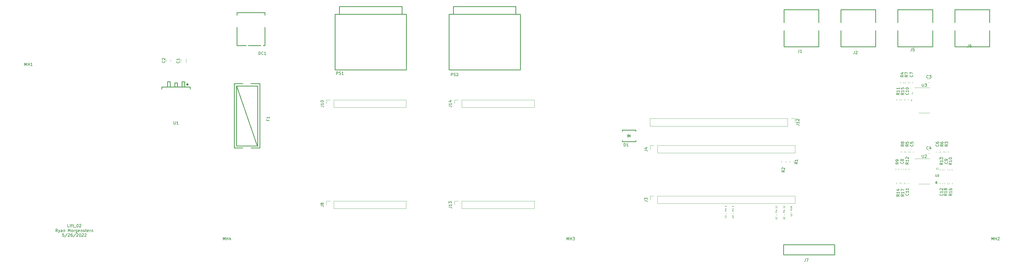
<source format=gbr>
%TF.GenerationSoftware,KiCad,Pcbnew,(5.1.10)-1*%
%TF.CreationDate,2022-05-27T13:17:46-06:00*%
%TF.ProjectId,Lift_02,4c696674-5f30-4322-9e6b-696361645f70,rev?*%
%TF.SameCoordinates,Original*%
%TF.FileFunction,Legend,Top*%
%TF.FilePolarity,Positive*%
%FSLAX46Y46*%
G04 Gerber Fmt 4.6, Leading zero omitted, Abs format (unit mm)*
G04 Created by KiCad (PCBNEW (5.1.10)-1) date 2022-05-27 13:17:46*
%MOMM*%
%LPD*%
G01*
G04 APERTURE LIST*
%ADD10C,0.150000*%
%ADD11C,0.100000*%
%ADD12C,0.125000*%
%ADD13C,0.254000*%
%ADD14C,0.120000*%
%ADD15C,0.127000*%
%ADD16C,0.399000*%
G04 APERTURE END LIST*
D10*
X44566666Y-74602380D02*
X44090476Y-74602380D01*
X44090476Y-73602380D01*
X44900000Y-74602380D02*
X44900000Y-73935714D01*
X44900000Y-73602380D02*
X44852380Y-73650000D01*
X44900000Y-73697619D01*
X44947619Y-73650000D01*
X44900000Y-73602380D01*
X44900000Y-73697619D01*
X45233333Y-73935714D02*
X45614285Y-73935714D01*
X45376190Y-74602380D02*
X45376190Y-73745238D01*
X45423809Y-73650000D01*
X45519047Y-73602380D01*
X45614285Y-73602380D01*
X45804761Y-73935714D02*
X46185714Y-73935714D01*
X45947619Y-73602380D02*
X45947619Y-74459523D01*
X45995238Y-74554761D01*
X46090476Y-74602380D01*
X46185714Y-74602380D01*
X46280952Y-74697619D02*
X47042857Y-74697619D01*
X47471428Y-73602380D02*
X47566666Y-73602380D01*
X47661904Y-73650000D01*
X47709523Y-73697619D01*
X47757142Y-73792857D01*
X47804761Y-73983333D01*
X47804761Y-74221428D01*
X47757142Y-74411904D01*
X47709523Y-74507142D01*
X47661904Y-74554761D01*
X47566666Y-74602380D01*
X47471428Y-74602380D01*
X47376190Y-74554761D01*
X47328571Y-74507142D01*
X47280952Y-74411904D01*
X47233333Y-74221428D01*
X47233333Y-73983333D01*
X47280952Y-73792857D01*
X47328571Y-73697619D01*
X47376190Y-73650000D01*
X47471428Y-73602380D01*
X48185714Y-73697619D02*
X48233333Y-73650000D01*
X48328571Y-73602380D01*
X48566666Y-73602380D01*
X48661904Y-73650000D01*
X48709523Y-73697619D01*
X48757142Y-73792857D01*
X48757142Y-73888095D01*
X48709523Y-74030952D01*
X48138095Y-74602380D01*
X48757142Y-74602380D01*
X40495238Y-76252380D02*
X40161904Y-75776190D01*
X39923809Y-76252380D02*
X39923809Y-75252380D01*
X40304761Y-75252380D01*
X40400000Y-75300000D01*
X40447619Y-75347619D01*
X40495238Y-75442857D01*
X40495238Y-75585714D01*
X40447619Y-75680952D01*
X40400000Y-75728571D01*
X40304761Y-75776190D01*
X39923809Y-75776190D01*
X40828571Y-75585714D02*
X41066666Y-76252380D01*
X41304761Y-75585714D02*
X41066666Y-76252380D01*
X40971428Y-76490476D01*
X40923809Y-76538095D01*
X40828571Y-76585714D01*
X42114285Y-76252380D02*
X42114285Y-75728571D01*
X42066666Y-75633333D01*
X41971428Y-75585714D01*
X41780952Y-75585714D01*
X41685714Y-75633333D01*
X42114285Y-76204761D02*
X42019047Y-76252380D01*
X41780952Y-76252380D01*
X41685714Y-76204761D01*
X41638095Y-76109523D01*
X41638095Y-76014285D01*
X41685714Y-75919047D01*
X41780952Y-75871428D01*
X42019047Y-75871428D01*
X42114285Y-75823809D01*
X42590476Y-75585714D02*
X42590476Y-76252380D01*
X42590476Y-75680952D02*
X42638095Y-75633333D01*
X42733333Y-75585714D01*
X42876190Y-75585714D01*
X42971428Y-75633333D01*
X43019047Y-75728571D01*
X43019047Y-76252380D01*
X44257142Y-76252380D02*
X44257142Y-75252380D01*
X44590476Y-75966666D01*
X44923809Y-75252380D01*
X44923809Y-76252380D01*
X45542857Y-76252380D02*
X45447619Y-76204761D01*
X45400000Y-76157142D01*
X45352380Y-76061904D01*
X45352380Y-75776190D01*
X45400000Y-75680952D01*
X45447619Y-75633333D01*
X45542857Y-75585714D01*
X45685714Y-75585714D01*
X45780952Y-75633333D01*
X45828571Y-75680952D01*
X45876190Y-75776190D01*
X45876190Y-76061904D01*
X45828571Y-76157142D01*
X45780952Y-76204761D01*
X45685714Y-76252380D01*
X45542857Y-76252380D01*
X46304761Y-76252380D02*
X46304761Y-75585714D01*
X46304761Y-75776190D02*
X46352380Y-75680952D01*
X46400000Y-75633333D01*
X46495238Y-75585714D01*
X46590476Y-75585714D01*
X47352380Y-75585714D02*
X47352380Y-76395238D01*
X47304761Y-76490476D01*
X47257142Y-76538095D01*
X47161904Y-76585714D01*
X47019047Y-76585714D01*
X46923809Y-76538095D01*
X47352380Y-76204761D02*
X47257142Y-76252380D01*
X47066666Y-76252380D01*
X46971428Y-76204761D01*
X46923809Y-76157142D01*
X46876190Y-76061904D01*
X46876190Y-75776190D01*
X46923809Y-75680952D01*
X46971428Y-75633333D01*
X47066666Y-75585714D01*
X47257142Y-75585714D01*
X47352380Y-75633333D01*
X48209523Y-76204761D02*
X48114285Y-76252380D01*
X47923809Y-76252380D01*
X47828571Y-76204761D01*
X47780952Y-76109523D01*
X47780952Y-75728571D01*
X47828571Y-75633333D01*
X47923809Y-75585714D01*
X48114285Y-75585714D01*
X48209523Y-75633333D01*
X48257142Y-75728571D01*
X48257142Y-75823809D01*
X47780952Y-75919047D01*
X48685714Y-75585714D02*
X48685714Y-76252380D01*
X48685714Y-75680952D02*
X48733333Y-75633333D01*
X48828571Y-75585714D01*
X48971428Y-75585714D01*
X49066666Y-75633333D01*
X49114285Y-75728571D01*
X49114285Y-76252380D01*
X49542857Y-76204761D02*
X49638095Y-76252380D01*
X49828571Y-76252380D01*
X49923809Y-76204761D01*
X49971428Y-76109523D01*
X49971428Y-76061904D01*
X49923809Y-75966666D01*
X49828571Y-75919047D01*
X49685714Y-75919047D01*
X49590476Y-75871428D01*
X49542857Y-75776190D01*
X49542857Y-75728571D01*
X49590476Y-75633333D01*
X49685714Y-75585714D01*
X49828571Y-75585714D01*
X49923809Y-75633333D01*
X50257142Y-75585714D02*
X50638095Y-75585714D01*
X50400000Y-75252380D02*
X50400000Y-76109523D01*
X50447619Y-76204761D01*
X50542857Y-76252380D01*
X50638095Y-76252380D01*
X51352380Y-76204761D02*
X51257142Y-76252380D01*
X51066666Y-76252380D01*
X50971428Y-76204761D01*
X50923809Y-76109523D01*
X50923809Y-75728571D01*
X50971428Y-75633333D01*
X51066666Y-75585714D01*
X51257142Y-75585714D01*
X51352380Y-75633333D01*
X51400000Y-75728571D01*
X51400000Y-75823809D01*
X50923809Y-75919047D01*
X51828571Y-76252380D02*
X51828571Y-75585714D01*
X51828571Y-75776190D02*
X51876190Y-75680952D01*
X51923809Y-75633333D01*
X52019047Y-75585714D01*
X52114285Y-75585714D01*
X52447619Y-75585714D02*
X52447619Y-76252380D01*
X52447619Y-75680952D02*
X52495238Y-75633333D01*
X52590476Y-75585714D01*
X52733333Y-75585714D01*
X52828571Y-75633333D01*
X52876190Y-75728571D01*
X52876190Y-76252380D01*
X42733333Y-76902380D02*
X42257142Y-76902380D01*
X42209523Y-77378571D01*
X42257142Y-77330952D01*
X42352380Y-77283333D01*
X42590476Y-77283333D01*
X42685714Y-77330952D01*
X42733333Y-77378571D01*
X42780952Y-77473809D01*
X42780952Y-77711904D01*
X42733333Y-77807142D01*
X42685714Y-77854761D01*
X42590476Y-77902380D01*
X42352380Y-77902380D01*
X42257142Y-77854761D01*
X42209523Y-77807142D01*
X43923809Y-76854761D02*
X43066666Y-78140476D01*
X44209523Y-76997619D02*
X44257142Y-76950000D01*
X44352380Y-76902380D01*
X44590476Y-76902380D01*
X44685714Y-76950000D01*
X44733333Y-76997619D01*
X44780952Y-77092857D01*
X44780952Y-77188095D01*
X44733333Y-77330952D01*
X44161904Y-77902380D01*
X44780952Y-77902380D01*
X45638095Y-76902380D02*
X45447619Y-76902380D01*
X45352380Y-76950000D01*
X45304761Y-76997619D01*
X45209523Y-77140476D01*
X45161904Y-77330952D01*
X45161904Y-77711904D01*
X45209523Y-77807142D01*
X45257142Y-77854761D01*
X45352380Y-77902380D01*
X45542857Y-77902380D01*
X45638095Y-77854761D01*
X45685714Y-77807142D01*
X45733333Y-77711904D01*
X45733333Y-77473809D01*
X45685714Y-77378571D01*
X45638095Y-77330952D01*
X45542857Y-77283333D01*
X45352380Y-77283333D01*
X45257142Y-77330952D01*
X45209523Y-77378571D01*
X45161904Y-77473809D01*
X46876190Y-76854761D02*
X46019047Y-78140476D01*
X47161904Y-76997619D02*
X47209523Y-76950000D01*
X47304761Y-76902380D01*
X47542857Y-76902380D01*
X47638095Y-76950000D01*
X47685714Y-76997619D01*
X47733333Y-77092857D01*
X47733333Y-77188095D01*
X47685714Y-77330952D01*
X47114285Y-77902380D01*
X47733333Y-77902380D01*
X48352380Y-76902380D02*
X48447619Y-76902380D01*
X48542857Y-76950000D01*
X48590476Y-76997619D01*
X48638095Y-77092857D01*
X48685714Y-77283333D01*
X48685714Y-77521428D01*
X48638095Y-77711904D01*
X48590476Y-77807142D01*
X48542857Y-77854761D01*
X48447619Y-77902380D01*
X48352380Y-77902380D01*
X48257142Y-77854761D01*
X48209523Y-77807142D01*
X48161904Y-77711904D01*
X48114285Y-77521428D01*
X48114285Y-77283333D01*
X48161904Y-77092857D01*
X48209523Y-76997619D01*
X48257142Y-76950000D01*
X48352380Y-76902380D01*
X49066666Y-76997619D02*
X49114285Y-76950000D01*
X49209523Y-76902380D01*
X49447619Y-76902380D01*
X49542857Y-76950000D01*
X49590476Y-76997619D01*
X49638095Y-77092857D01*
X49638095Y-77188095D01*
X49590476Y-77330952D01*
X49019047Y-77902380D01*
X49638095Y-77902380D01*
X50019047Y-76997619D02*
X50066666Y-76950000D01*
X50161904Y-76902380D01*
X50400000Y-76902380D01*
X50495238Y-76950000D01*
X50542857Y-76997619D01*
X50590476Y-77092857D01*
X50590476Y-77188095D01*
X50542857Y-77330952D01*
X49971428Y-77902380D01*
X50590476Y-77902380D01*
D11*
X340607142Y-27273809D02*
X340630952Y-27250000D01*
X340678571Y-27226190D01*
X340797619Y-27226190D01*
X340845238Y-27250000D01*
X340869047Y-27273809D01*
X340892857Y-27321428D01*
X340892857Y-27369047D01*
X340869047Y-27440476D01*
X340583333Y-27726190D01*
X340892857Y-27726190D01*
X340595238Y-29892857D02*
X340595238Y-30226190D01*
X340476190Y-29702380D02*
X340357142Y-30059523D01*
X340666666Y-30059523D01*
X277476190Y-71345238D02*
X277880952Y-71345238D01*
X277928571Y-71321428D01*
X277952380Y-71297619D01*
X277976190Y-71250000D01*
X277976190Y-71154761D01*
X277952380Y-71107142D01*
X277928571Y-71083333D01*
X277880952Y-71059523D01*
X277476190Y-71059523D01*
X277476190Y-70869047D02*
X277476190Y-70559523D01*
X277666666Y-70726190D01*
X277666666Y-70654761D01*
X277690476Y-70607142D01*
X277714285Y-70583333D01*
X277761904Y-70559523D01*
X277880952Y-70559523D01*
X277928571Y-70583333D01*
X277952380Y-70607142D01*
X277976190Y-70654761D01*
X277976190Y-70797619D01*
X277952380Y-70845238D01*
X277928571Y-70869047D01*
X277785714Y-69964285D02*
X277785714Y-69583333D01*
X277976190Y-68964285D02*
X277476190Y-68964285D01*
X277476190Y-68773809D01*
X277500000Y-68726190D01*
X277523809Y-68702380D01*
X277571428Y-68678571D01*
X277642857Y-68678571D01*
X277690476Y-68702380D01*
X277714285Y-68726190D01*
X277738095Y-68773809D01*
X277738095Y-68964285D01*
X277976190Y-68464285D02*
X277642857Y-68464285D01*
X277476190Y-68464285D02*
X277500000Y-68488095D01*
X277523809Y-68464285D01*
X277500000Y-68440476D01*
X277476190Y-68464285D01*
X277523809Y-68464285D01*
X277642857Y-68226190D02*
X277976190Y-68226190D01*
X277690476Y-68226190D02*
X277666666Y-68202380D01*
X277642857Y-68154761D01*
X277642857Y-68083333D01*
X277666666Y-68035714D01*
X277714285Y-68011904D01*
X277976190Y-68011904D01*
X277642857Y-67178571D02*
X277976190Y-67178571D01*
X277452380Y-67297619D02*
X277809523Y-67416666D01*
X277809523Y-67107142D01*
X274976190Y-71345238D02*
X275380952Y-71345238D01*
X275428571Y-71321428D01*
X275452380Y-71297619D01*
X275476190Y-71250000D01*
X275476190Y-71154761D01*
X275452380Y-71107142D01*
X275428571Y-71083333D01*
X275380952Y-71059523D01*
X274976190Y-71059523D01*
X274976190Y-70869047D02*
X274976190Y-70559523D01*
X275166666Y-70726190D01*
X275166666Y-70654761D01*
X275190476Y-70607142D01*
X275214285Y-70583333D01*
X275261904Y-70559523D01*
X275380952Y-70559523D01*
X275428571Y-70583333D01*
X275452380Y-70607142D01*
X275476190Y-70654761D01*
X275476190Y-70797619D01*
X275452380Y-70845238D01*
X275428571Y-70869047D01*
X275285714Y-69964285D02*
X275285714Y-69583333D01*
X275476190Y-68964285D02*
X274976190Y-68964285D01*
X274976190Y-68773809D01*
X275000000Y-68726190D01*
X275023809Y-68702380D01*
X275071428Y-68678571D01*
X275142857Y-68678571D01*
X275190476Y-68702380D01*
X275214285Y-68726190D01*
X275238095Y-68773809D01*
X275238095Y-68964285D01*
X275476190Y-68464285D02*
X275142857Y-68464285D01*
X274976190Y-68464285D02*
X275000000Y-68488095D01*
X275023809Y-68464285D01*
X275000000Y-68440476D01*
X274976190Y-68464285D01*
X275023809Y-68464285D01*
X275142857Y-68226190D02*
X275476190Y-68226190D01*
X275190476Y-68226190D02*
X275166666Y-68202380D01*
X275142857Y-68154761D01*
X275142857Y-68083333D01*
X275166666Y-68035714D01*
X275214285Y-68011904D01*
X275476190Y-68011904D01*
X275023809Y-67416666D02*
X275000000Y-67392857D01*
X274976190Y-67345238D01*
X274976190Y-67226190D01*
X275000000Y-67178571D01*
X275023809Y-67154761D01*
X275071428Y-67130952D01*
X275119047Y-67130952D01*
X275190476Y-67154761D01*
X275476190Y-67440476D01*
X275476190Y-67130952D01*
X292726190Y-71833333D02*
X293130952Y-71833333D01*
X293178571Y-71809523D01*
X293202380Y-71785714D01*
X293226190Y-71738095D01*
X293226190Y-71642857D01*
X293202380Y-71595238D01*
X293178571Y-71571428D01*
X293130952Y-71547619D01*
X292726190Y-71547619D01*
X292773809Y-71333333D02*
X292750000Y-71309523D01*
X292726190Y-71261904D01*
X292726190Y-71142857D01*
X292750000Y-71095238D01*
X292773809Y-71071428D01*
X292821428Y-71047619D01*
X292869047Y-71047619D01*
X292940476Y-71071428D01*
X293226190Y-71357142D01*
X293226190Y-71047619D01*
X293035714Y-70452380D02*
X293035714Y-70071428D01*
X293226190Y-69452380D02*
X292726190Y-69452380D01*
X292726190Y-69261904D01*
X292750000Y-69214285D01*
X292773809Y-69190476D01*
X292821428Y-69166666D01*
X292892857Y-69166666D01*
X292940476Y-69190476D01*
X292964285Y-69214285D01*
X292988095Y-69261904D01*
X292988095Y-69452380D01*
X293226190Y-68952380D02*
X292892857Y-68952380D01*
X292726190Y-68952380D02*
X292750000Y-68976190D01*
X292773809Y-68952380D01*
X292750000Y-68928571D01*
X292726190Y-68952380D01*
X292773809Y-68952380D01*
X292892857Y-68714285D02*
X293226190Y-68714285D01*
X292940476Y-68714285D02*
X292916666Y-68690476D01*
X292892857Y-68642857D01*
X292892857Y-68571428D01*
X292916666Y-68523809D01*
X292964285Y-68500000D01*
X293226190Y-68500000D01*
X293226190Y-67619047D02*
X293226190Y-67904761D01*
X293226190Y-67761904D02*
X292726190Y-67761904D01*
X292797619Y-67809523D01*
X292845238Y-67857142D01*
X292869047Y-67904761D01*
X292773809Y-67428571D02*
X292750000Y-67404761D01*
X292726190Y-67357142D01*
X292726190Y-67238095D01*
X292750000Y-67190476D01*
X292773809Y-67166666D01*
X292821428Y-67142857D01*
X292869047Y-67142857D01*
X292940476Y-67166666D01*
X293226190Y-67452380D01*
X293226190Y-67142857D01*
D12*
X349404761Y-54226190D02*
X349119047Y-54226190D01*
X349261904Y-54226190D02*
X349261904Y-53726190D01*
X349214285Y-53797619D01*
X349166666Y-53845238D01*
X349119047Y-53869047D01*
X349595238Y-53773809D02*
X349619047Y-53750000D01*
X349666666Y-53726190D01*
X349785714Y-53726190D01*
X349833333Y-53750000D01*
X349857142Y-53773809D01*
X349880952Y-53821428D01*
X349880952Y-53869047D01*
X349857142Y-53940476D01*
X349571428Y-54226190D01*
X349880952Y-54226190D01*
D10*
X349357142Y-56839285D02*
X348928571Y-56839285D01*
X349142857Y-56839285D02*
X349142857Y-56089285D01*
X349071428Y-56196428D01*
X349000000Y-56267857D01*
X348928571Y-56303571D01*
X349821428Y-56089285D02*
X349892857Y-56089285D01*
X349964285Y-56125000D01*
X350000000Y-56160714D01*
X350035714Y-56232142D01*
X350071428Y-56375000D01*
X350071428Y-56553571D01*
X350035714Y-56696428D01*
X350000000Y-56767857D01*
X349964285Y-56803571D01*
X349892857Y-56839285D01*
X349821428Y-56839285D01*
X349750000Y-56803571D01*
X349714285Y-56767857D01*
X349678571Y-56696428D01*
X349642857Y-56553571D01*
X349642857Y-56375000D01*
X349678571Y-56232142D01*
X349714285Y-56160714D01*
X349750000Y-56125000D01*
X349821428Y-56089285D01*
X349178571Y-58910714D02*
X349107142Y-58875000D01*
X349071428Y-58839285D01*
X349035714Y-58767857D01*
X349035714Y-58732142D01*
X349071428Y-58660714D01*
X349107142Y-58625000D01*
X349178571Y-58589285D01*
X349321428Y-58589285D01*
X349392857Y-58625000D01*
X349428571Y-58660714D01*
X349464285Y-58732142D01*
X349464285Y-58767857D01*
X349428571Y-58839285D01*
X349392857Y-58875000D01*
X349321428Y-58910714D01*
X349178571Y-58910714D01*
X349107142Y-58946428D01*
X349071428Y-58982142D01*
X349035714Y-59053571D01*
X349035714Y-59196428D01*
X349071428Y-59267857D01*
X349107142Y-59303571D01*
X349178571Y-59339285D01*
X349321428Y-59339285D01*
X349392857Y-59303571D01*
X349428571Y-59267857D01*
X349464285Y-59196428D01*
X349464285Y-59053571D01*
X349428571Y-58982142D01*
X349392857Y-58946428D01*
X349321428Y-58910714D01*
D11*
X295476190Y-71833333D02*
X295880952Y-71833333D01*
X295928571Y-71809523D01*
X295952380Y-71785714D01*
X295976190Y-71738095D01*
X295976190Y-71642857D01*
X295952380Y-71595238D01*
X295928571Y-71571428D01*
X295880952Y-71547619D01*
X295476190Y-71547619D01*
X295523809Y-71333333D02*
X295500000Y-71309523D01*
X295476190Y-71261904D01*
X295476190Y-71142857D01*
X295500000Y-71095238D01*
X295523809Y-71071428D01*
X295571428Y-71047619D01*
X295619047Y-71047619D01*
X295690476Y-71071428D01*
X295976190Y-71357142D01*
X295976190Y-71047619D01*
X295785714Y-70452380D02*
X295785714Y-70071428D01*
X295976190Y-69452380D02*
X295476190Y-69452380D01*
X295476190Y-69261904D01*
X295500000Y-69214285D01*
X295523809Y-69190476D01*
X295571428Y-69166666D01*
X295642857Y-69166666D01*
X295690476Y-69190476D01*
X295714285Y-69214285D01*
X295738095Y-69261904D01*
X295738095Y-69452380D01*
X295976190Y-68952380D02*
X295642857Y-68952380D01*
X295476190Y-68952380D02*
X295500000Y-68976190D01*
X295523809Y-68952380D01*
X295500000Y-68928571D01*
X295476190Y-68952380D01*
X295523809Y-68952380D01*
X295642857Y-68714285D02*
X295976190Y-68714285D01*
X295690476Y-68714285D02*
X295666666Y-68690476D01*
X295642857Y-68642857D01*
X295642857Y-68571428D01*
X295666666Y-68523809D01*
X295714285Y-68500000D01*
X295976190Y-68500000D01*
X295976190Y-67619047D02*
X295976190Y-67904761D01*
X295976190Y-67761904D02*
X295476190Y-67761904D01*
X295547619Y-67809523D01*
X295595238Y-67857142D01*
X295619047Y-67904761D01*
X295476190Y-67309523D02*
X295476190Y-67261904D01*
X295500000Y-67214285D01*
X295523809Y-67190476D01*
X295571428Y-67166666D01*
X295666666Y-67142857D01*
X295785714Y-67142857D01*
X295880952Y-67166666D01*
X295928571Y-67190476D01*
X295952380Y-67214285D01*
X295976190Y-67261904D01*
X295976190Y-67309523D01*
X295952380Y-67357142D01*
X295928571Y-67380952D01*
X295880952Y-67404761D01*
X295785714Y-67428571D01*
X295666666Y-67428571D01*
X295571428Y-67404761D01*
X295523809Y-67380952D01*
X295500000Y-67357142D01*
X295476190Y-67309523D01*
X297976190Y-70714285D02*
X298380952Y-70714285D01*
X298428571Y-70690476D01*
X298452380Y-70666666D01*
X298476190Y-70619047D01*
X298476190Y-70523809D01*
X298452380Y-70476190D01*
X298428571Y-70452380D01*
X298380952Y-70428571D01*
X297976190Y-70428571D01*
X298023809Y-70214285D02*
X298000000Y-70190476D01*
X297976190Y-70142857D01*
X297976190Y-70023809D01*
X298000000Y-69976190D01*
X298023809Y-69952380D01*
X298071428Y-69928571D01*
X298119047Y-69928571D01*
X298190476Y-69952380D01*
X298476190Y-70238095D01*
X298476190Y-69928571D01*
X298285714Y-69714285D02*
X298285714Y-69333333D01*
X298476190Y-68714285D02*
X297976190Y-68714285D01*
X297976190Y-68523809D01*
X298000000Y-68476190D01*
X298023809Y-68452380D01*
X298071428Y-68428571D01*
X298142857Y-68428571D01*
X298190476Y-68452380D01*
X298214285Y-68476190D01*
X298238095Y-68523809D01*
X298238095Y-68714285D01*
X298476190Y-68214285D02*
X298142857Y-68214285D01*
X297976190Y-68214285D02*
X298000000Y-68238095D01*
X298023809Y-68214285D01*
X298000000Y-68190476D01*
X297976190Y-68214285D01*
X298023809Y-68214285D01*
X298142857Y-67976190D02*
X298476190Y-67976190D01*
X298190476Y-67976190D02*
X298166666Y-67952380D01*
X298142857Y-67904761D01*
X298142857Y-67833333D01*
X298166666Y-67785714D01*
X298214285Y-67761904D01*
X298476190Y-67761904D01*
X298190476Y-67452380D02*
X298166666Y-67500000D01*
X298142857Y-67523809D01*
X298095238Y-67547619D01*
X298071428Y-67547619D01*
X298023809Y-67523809D01*
X298000000Y-67500000D01*
X297976190Y-67452380D01*
X297976190Y-67357142D01*
X298000000Y-67309523D01*
X298023809Y-67285714D01*
X298071428Y-67261904D01*
X298095238Y-67261904D01*
X298142857Y-67285714D01*
X298166666Y-67309523D01*
X298190476Y-67357142D01*
X298190476Y-67452380D01*
X298214285Y-67500000D01*
X298238095Y-67523809D01*
X298285714Y-67547619D01*
X298380952Y-67547619D01*
X298428571Y-67523809D01*
X298452380Y-67500000D01*
X298476190Y-67452380D01*
X298476190Y-67357142D01*
X298452380Y-67309523D01*
X298428571Y-67285714D01*
X298380952Y-67261904D01*
X298285714Y-67261904D01*
X298238095Y-67285714D01*
X298214285Y-67309523D01*
X298190476Y-67357142D01*
D13*
%TO.C,J7*%
X313500000Y-80800000D02*
X295500000Y-80800000D01*
X295500000Y-80800000D02*
X295500000Y-84300000D01*
X313500000Y-80800000D02*
X313500000Y-84300000D01*
X313500000Y-84300000D02*
X295500000Y-84300000D01*
D14*
%TO.C,C4*%
X346453733Y-47690000D02*
X346746267Y-47690000D01*
X346453733Y-48710000D02*
X346746267Y-48710000D01*
%TO.C,C3*%
X346453733Y-22690000D02*
X346746267Y-22690000D01*
X346453733Y-23710000D02*
X346746267Y-23710000D01*
%TO.C,R8*%
X336877500Y-48454724D02*
X336877500Y-47945276D01*
X337922500Y-48454724D02*
X337922500Y-47945276D01*
%TO.C,R5*%
X338477500Y-48454724D02*
X338477500Y-47945276D01*
X339522500Y-48454724D02*
X339522500Y-47945276D01*
%TO.C,R18*%
X353097500Y-58995276D02*
X353097500Y-59504724D01*
X352052500Y-58995276D02*
X352052500Y-59504724D01*
%TO.C,R17*%
X337922500Y-58957776D02*
X337922500Y-59467224D01*
X336877500Y-58957776D02*
X336877500Y-59467224D01*
%TO.C,R16*%
X354772500Y-58995276D02*
X354772500Y-59504724D01*
X353727500Y-58995276D02*
X353727500Y-59504724D01*
%TO.C,R15*%
X337922500Y-29545276D02*
X337922500Y-30054724D01*
X336877500Y-29545276D02*
X336877500Y-30054724D01*
%TO.C,R14*%
X336322500Y-58945276D02*
X336322500Y-59454724D01*
X335277500Y-58945276D02*
X335277500Y-59454724D01*
%TO.C,R13*%
X350477500Y-54654724D02*
X350477500Y-54145276D01*
X351522500Y-54654724D02*
X351522500Y-54145276D01*
%TO.C,R12*%
X338477500Y-54504724D02*
X338477500Y-53995276D01*
X339522500Y-54504724D02*
X339522500Y-53995276D01*
%TO.C,R11*%
X336322500Y-29545276D02*
X336322500Y-30054724D01*
X335277500Y-29545276D02*
X335277500Y-30054724D01*
%TO.C,R10*%
X353677500Y-54654724D02*
X353677500Y-54145276D01*
X354722500Y-54654724D02*
X354722500Y-54145276D01*
%TO.C,R9*%
X334977500Y-54504724D02*
X334977500Y-53995276D01*
X336022500Y-54504724D02*
X336022500Y-53995276D01*
%TO.C,R7*%
X338277500Y-24054724D02*
X338277500Y-23545276D01*
X339322500Y-24054724D02*
X339322500Y-23545276D01*
%TO.C,R6*%
X350677500Y-48454724D02*
X350677500Y-47945276D01*
X351722500Y-48454724D02*
X351722500Y-47945276D01*
%TO.C,R4*%
X336677500Y-24054724D02*
X336677500Y-23545276D01*
X337722500Y-24054724D02*
X337722500Y-23545276D01*
%TO.C,R3*%
X352277500Y-48454724D02*
X352277500Y-47945276D01*
X353322500Y-48454724D02*
X353322500Y-47945276D01*
%TO.C,C12*%
X351510000Y-59103733D02*
X351510000Y-59396267D01*
X350490000Y-59103733D02*
X350490000Y-59396267D01*
%TO.C,C11*%
X339510000Y-59053733D02*
X339510000Y-59346267D01*
X338490000Y-59053733D02*
X338490000Y-59346267D01*
%TO.C,C10*%
X339510000Y-29653733D02*
X339510000Y-29946267D01*
X338490000Y-29653733D02*
X338490000Y-29946267D01*
%TO.C,C9*%
X353110000Y-54253733D02*
X353110000Y-54546267D01*
X352090000Y-54253733D02*
X352090000Y-54546267D01*
%TO.C,C8*%
X337760000Y-54103733D02*
X337760000Y-54396267D01*
X336740000Y-54103733D02*
X336740000Y-54396267D01*
%TO.C,C7*%
X339890000Y-23946267D02*
X339890000Y-23653733D01*
X340910000Y-23946267D02*
X340910000Y-23653733D01*
%TO.C,C6*%
X349090000Y-48346267D02*
X349090000Y-48053733D01*
X350110000Y-48346267D02*
X350110000Y-48053733D01*
%TO.C,C5*%
X340090000Y-48346267D02*
X340090000Y-48053733D01*
X341110000Y-48346267D02*
X341110000Y-48053733D01*
%TO.C,J14*%
X182520000Y-32520000D02*
X182520000Y-29860000D01*
X182520000Y-32520000D02*
X207980000Y-32520000D01*
X207980000Y-32520000D02*
X207980000Y-29860000D01*
X182520000Y-29860000D02*
X207980000Y-29860000D01*
X179920000Y-29860000D02*
X181250000Y-29860000D01*
X179920000Y-31190000D02*
X179920000Y-29860000D01*
%TO.C,J13*%
X182520000Y-68080000D02*
X182520000Y-65420000D01*
X182520000Y-68080000D02*
X207980000Y-68080000D01*
X207980000Y-68080000D02*
X207980000Y-65420000D01*
X182520000Y-65420000D02*
X207980000Y-65420000D01*
X179920000Y-65420000D02*
X181250000Y-65420000D01*
X179920000Y-66750000D02*
X179920000Y-65420000D01*
%TO.C,J10*%
X137520000Y-32520000D02*
X137520000Y-29860000D01*
X137520000Y-32520000D02*
X162980000Y-32520000D01*
X162980000Y-32520000D02*
X162980000Y-29860000D01*
X137520000Y-29860000D02*
X162980000Y-29860000D01*
X134920000Y-29860000D02*
X136250000Y-29860000D01*
X134920000Y-31190000D02*
X134920000Y-29860000D01*
%TO.C,J8*%
X137520000Y-68080000D02*
X137520000Y-65420000D01*
X137520000Y-68080000D02*
X162980000Y-68080000D01*
X162980000Y-68080000D02*
X162980000Y-65420000D01*
X137520000Y-65420000D02*
X162980000Y-65420000D01*
X134920000Y-65420000D02*
X136250000Y-65420000D01*
X134920000Y-66750000D02*
X134920000Y-65420000D01*
%TO.C,U2*%
X345000000Y-50565000D02*
X341550000Y-50565000D01*
X345000000Y-50565000D02*
X346950000Y-50565000D01*
X345000000Y-59435000D02*
X343050000Y-59435000D01*
X345000000Y-59435000D02*
X346950000Y-59435000D01*
%TO.C,U3*%
X345000000Y-25565000D02*
X341550000Y-25565000D01*
X345000000Y-25565000D02*
X346950000Y-25565000D01*
X345000000Y-34435000D02*
X343050000Y-34435000D01*
X345000000Y-34435000D02*
X346950000Y-34435000D01*
D15*
%TO.C,D1*%
X241798000Y-42490000D02*
X240579000Y-42490000D01*
D13*
X238900000Y-40909000D02*
X238900000Y-40500000D01*
X238900000Y-44500000D02*
X238900000Y-44091000D01*
X243600000Y-40909000D02*
X243600000Y-40500000D01*
X243600000Y-44500000D02*
X243600000Y-44091000D01*
X243600000Y-40500000D02*
X238900000Y-40500000D01*
D15*
X241600000Y-42460000D02*
X240817000Y-41980000D01*
X241639000Y-42970000D02*
X241639000Y-41954000D01*
X240817000Y-41970000D02*
X240817000Y-42986000D01*
X240817000Y-43000000D02*
X241600000Y-42460000D01*
D13*
X243600000Y-44500000D02*
X238900000Y-44500000D01*
%TO.C,U1*%
X85100000Y-25343000D02*
X85100000Y-23443000D01*
X84201000Y-25343000D02*
X84201000Y-23443000D01*
X84201000Y-23443000D02*
X85100000Y-23443000D01*
X81661000Y-25343000D02*
X81661000Y-23845000D01*
X81661000Y-23845000D02*
X82560000Y-23845000D01*
X82560000Y-23845000D02*
X82560000Y-25343000D01*
X79121000Y-25343000D02*
X79121000Y-23443000D01*
X79121000Y-23443000D02*
X80020000Y-23443000D01*
X80020000Y-23443000D02*
X80020000Y-25343000D01*
X77099000Y-26044000D02*
X77099000Y-25343000D01*
X77099000Y-25343000D02*
X87101000Y-25343000D01*
X87101000Y-25343000D02*
X87101000Y-26044000D01*
D16*
X86301009Y-24444468D02*
G75*
G03*
X86301000Y-24447000I-200009J-532D01*
G01*
D14*
%TO.C,R2*%
X296335000Y-51372936D02*
X296335000Y-51827064D01*
X294865000Y-51372936D02*
X294865000Y-51827064D01*
%TO.C,R1*%
X299135000Y-51372936D02*
X299135000Y-51827064D01*
X297665000Y-51372936D02*
X297665000Y-51827064D01*
D13*
%TO.C,PS2*%
X201493000Y2932000D02*
X201493000Y265000D01*
X179493000Y2932000D02*
X179493000Y265000D01*
X177993000Y265000D02*
X177993000Y-19293000D01*
X177993000Y-19293000D02*
X203066000Y-19293000D01*
X203066000Y-19293000D02*
X203066000Y265000D01*
X177993000Y265000D02*
X202993000Y265000D01*
X179493000Y2932000D02*
X201493000Y2932000D01*
%TO.C,PS1*%
X161493000Y2932000D02*
X161493000Y265000D01*
X139493000Y2932000D02*
X139493000Y265000D01*
X137993000Y265000D02*
X137993000Y-19293000D01*
X137993000Y-19293000D02*
X163066000Y-19293000D01*
X163066000Y-19293000D02*
X163066000Y265000D01*
X137993000Y265000D02*
X162993000Y265000D01*
X139493000Y2932000D02*
X161493000Y2932000D01*
D14*
%TO.C,J12*%
X248660000Y-36420000D02*
X248660000Y-39080000D01*
X296980000Y-36420000D02*
X248660000Y-36420000D01*
X296980000Y-39080000D02*
X248660000Y-39080000D01*
X296980000Y-36420000D02*
X296980000Y-39080000D01*
X298250000Y-36420000D02*
X299580000Y-36420000D01*
X299580000Y-36420000D02*
X299580000Y-37750000D01*
D13*
%TO.C,J6*%
X355700000Y-11130000D02*
X355700000Y-5530000D01*
X367900000Y-5530000D02*
X367900000Y-11130000D01*
X367900000Y1870000D02*
X355700000Y1870000D01*
X367900000Y-11130000D02*
X355700000Y-11130000D01*
X367900000Y1870000D02*
X367900000Y-2730000D01*
X355700000Y-2730000D02*
X355700000Y1870000D01*
%TO.C,J5*%
X335700000Y-11130000D02*
X335700000Y-5530000D01*
X347900000Y-5530000D02*
X347900000Y-11130000D01*
X347900000Y1870000D02*
X335700000Y1870000D01*
X347900000Y-11130000D02*
X335700000Y-11130000D01*
X347900000Y1870000D02*
X347900000Y-2730000D01*
X335700000Y-2730000D02*
X335700000Y1870000D01*
D14*
%TO.C,J4*%
X251270000Y-48550000D02*
X251270000Y-45890000D01*
X251270000Y-48550000D02*
X299590000Y-48550000D01*
X299590000Y-48550000D02*
X299590000Y-45890000D01*
X251270000Y-45890000D02*
X299590000Y-45890000D01*
X248670000Y-45890000D02*
X250000000Y-45890000D01*
X248670000Y-47220000D02*
X248670000Y-45890000D01*
%TO.C,J3*%
X251270000Y-66330000D02*
X251270000Y-63670000D01*
X251270000Y-66330000D02*
X299590000Y-66330000D01*
X299590000Y-66330000D02*
X299590000Y-63670000D01*
X251270000Y-63670000D02*
X299590000Y-63670000D01*
X248670000Y-63670000D02*
X250000000Y-63670000D01*
X248670000Y-65000000D02*
X248670000Y-63670000D01*
D13*
%TO.C,J2*%
X315700000Y-11130000D02*
X315700000Y-5530000D01*
X327900000Y-5530000D02*
X327900000Y-11130000D01*
X327900000Y1870000D02*
X315700000Y1870000D01*
X327900000Y-11130000D02*
X315700000Y-11130000D01*
X327900000Y1870000D02*
X327900000Y-2730000D01*
X315700000Y-2730000D02*
X315700000Y1870000D01*
%TO.C,J1*%
X295700000Y-11130000D02*
X295700000Y-5530000D01*
X307900000Y-5530000D02*
X307900000Y-11130000D01*
X307900000Y1870000D02*
X295700000Y1870000D01*
X307900000Y-11130000D02*
X295700000Y-11130000D01*
X307900000Y1870000D02*
X307900000Y-2730000D01*
X295700000Y-2730000D02*
X295700000Y1870000D01*
%TO.C,F1*%
X102551000Y-46757000D02*
X102551000Y-24157000D01*
X110751000Y-24957000D02*
X110751000Y-46057000D01*
X110751000Y-46057000D02*
X103351000Y-46057000D01*
X103351000Y-46057000D02*
X103351000Y-24957000D01*
X103351000Y-24957000D02*
X110751000Y-24957000D01*
X110651000Y-45957000D02*
X103451000Y-25057000D01*
X111551000Y-24157000D02*
X108431000Y-24157000D01*
X105569000Y-24157000D02*
X102551000Y-24157000D01*
X102551000Y-46757000D02*
X105571000Y-46757000D01*
X108429000Y-46757000D02*
X111551000Y-46757000D01*
X111551000Y-24157000D02*
X111551000Y-46757000D01*
%TO.C,DC1*%
X103544000Y-4306000D02*
X103544000Y-10745000D01*
X107360000Y875000D02*
X103544000Y875000D01*
X103544000Y875000D02*
X103544000Y-44000D01*
X106682000Y-10745000D02*
X103544000Y-10745000D01*
X111882000Y-10745000D02*
X107518000Y-10745000D01*
X113323000Y-4303000D02*
X113323000Y-10745000D01*
X113323000Y-10745000D02*
X112718000Y-10745000D01*
X110535000Y875000D02*
X113323000Y875000D01*
X113323000Y875000D02*
X113323000Y-47000D01*
X110535000Y875000D02*
X107360000Y875000D01*
D14*
%TO.C,C2*%
X78765000Y-16261252D02*
X78765000Y-15738748D01*
X80235000Y-16261252D02*
X80235000Y-15738748D01*
%TO.C,C1*%
X83790000Y-16811252D02*
X83790000Y-15388748D01*
X85610000Y-16811252D02*
X85610000Y-15388748D01*
%TO.C,J7*%
D10*
X303212023Y-85659380D02*
X303212023Y-86373666D01*
X303164404Y-86516523D01*
X303069166Y-86611761D01*
X302926309Y-86659380D01*
X302831071Y-86659380D01*
X303592976Y-85659380D02*
X304259642Y-85659380D01*
X303831071Y-86659380D01*
%TO.C,C4*%
X346433333Y-47127142D02*
X346385714Y-47174761D01*
X346242857Y-47222380D01*
X346147619Y-47222380D01*
X346004761Y-47174761D01*
X345909523Y-47079523D01*
X345861904Y-46984285D01*
X345814285Y-46793809D01*
X345814285Y-46650952D01*
X345861904Y-46460476D01*
X345909523Y-46365238D01*
X346004761Y-46270000D01*
X346147619Y-46222380D01*
X346242857Y-46222380D01*
X346385714Y-46270000D01*
X346433333Y-46317619D01*
X347290476Y-46555714D02*
X347290476Y-47222380D01*
X347052380Y-46174761D02*
X346814285Y-46889047D01*
X347433333Y-46889047D01*
%TO.C,C3*%
X346433333Y-22127142D02*
X346385714Y-22174761D01*
X346242857Y-22222380D01*
X346147619Y-22222380D01*
X346004761Y-22174761D01*
X345909523Y-22079523D01*
X345861904Y-21984285D01*
X345814285Y-21793809D01*
X345814285Y-21650952D01*
X345861904Y-21460476D01*
X345909523Y-21365238D01*
X346004761Y-21270000D01*
X346147619Y-21222380D01*
X346242857Y-21222380D01*
X346385714Y-21270000D01*
X346433333Y-21317619D01*
X346766666Y-21222380D02*
X347385714Y-21222380D01*
X347052380Y-21603333D01*
X347195238Y-21603333D01*
X347290476Y-21650952D01*
X347338095Y-21698571D01*
X347385714Y-21793809D01*
X347385714Y-22031904D01*
X347338095Y-22127142D01*
X347290476Y-22174761D01*
X347195238Y-22222380D01*
X346909523Y-22222380D01*
X346814285Y-22174761D01*
X346766666Y-22127142D01*
%TO.C,R8*%
X337852380Y-45566666D02*
X337376190Y-45900000D01*
X337852380Y-46138095D02*
X336852380Y-46138095D01*
X336852380Y-45757142D01*
X336900000Y-45661904D01*
X336947619Y-45614285D01*
X337042857Y-45566666D01*
X337185714Y-45566666D01*
X337280952Y-45614285D01*
X337328571Y-45661904D01*
X337376190Y-45757142D01*
X337376190Y-46138095D01*
X337280952Y-44995238D02*
X337233333Y-45090476D01*
X337185714Y-45138095D01*
X337090476Y-45185714D01*
X337042857Y-45185714D01*
X336947619Y-45138095D01*
X336900000Y-45090476D01*
X336852380Y-44995238D01*
X336852380Y-44804761D01*
X336900000Y-44709523D01*
X336947619Y-44661904D01*
X337042857Y-44614285D01*
X337090476Y-44614285D01*
X337185714Y-44661904D01*
X337233333Y-44709523D01*
X337280952Y-44804761D01*
X337280952Y-44995238D01*
X337328571Y-45090476D01*
X337376190Y-45138095D01*
X337471428Y-45185714D01*
X337661904Y-45185714D01*
X337757142Y-45138095D01*
X337804761Y-45090476D01*
X337852380Y-44995238D01*
X337852380Y-44804761D01*
X337804761Y-44709523D01*
X337757142Y-44661904D01*
X337661904Y-44614285D01*
X337471428Y-44614285D01*
X337376190Y-44661904D01*
X337328571Y-44709523D01*
X337280952Y-44804761D01*
%TO.C,R5*%
X339452380Y-45566666D02*
X338976190Y-45900000D01*
X339452380Y-46138095D02*
X338452380Y-46138095D01*
X338452380Y-45757142D01*
X338500000Y-45661904D01*
X338547619Y-45614285D01*
X338642857Y-45566666D01*
X338785714Y-45566666D01*
X338880952Y-45614285D01*
X338928571Y-45661904D01*
X338976190Y-45757142D01*
X338976190Y-46138095D01*
X338452380Y-44661904D02*
X338452380Y-45138095D01*
X338928571Y-45185714D01*
X338880952Y-45138095D01*
X338833333Y-45042857D01*
X338833333Y-44804761D01*
X338880952Y-44709523D01*
X338928571Y-44661904D01*
X339023809Y-44614285D01*
X339261904Y-44614285D01*
X339357142Y-44661904D01*
X339404761Y-44709523D01*
X339452380Y-44804761D01*
X339452380Y-45042857D01*
X339404761Y-45138095D01*
X339357142Y-45185714D01*
%TO.C,R18*%
X352952380Y-62892857D02*
X352476190Y-63226190D01*
X352952380Y-63464285D02*
X351952380Y-63464285D01*
X351952380Y-63083333D01*
X352000000Y-62988095D01*
X352047619Y-62940476D01*
X352142857Y-62892857D01*
X352285714Y-62892857D01*
X352380952Y-62940476D01*
X352428571Y-62988095D01*
X352476190Y-63083333D01*
X352476190Y-63464285D01*
X352952380Y-61940476D02*
X352952380Y-62511904D01*
X352952380Y-62226190D02*
X351952380Y-62226190D01*
X352095238Y-62321428D01*
X352190476Y-62416666D01*
X352238095Y-62511904D01*
X352380952Y-61369047D02*
X352333333Y-61464285D01*
X352285714Y-61511904D01*
X352190476Y-61559523D01*
X352142857Y-61559523D01*
X352047619Y-61511904D01*
X352000000Y-61464285D01*
X351952380Y-61369047D01*
X351952380Y-61178571D01*
X352000000Y-61083333D01*
X352047619Y-61035714D01*
X352142857Y-60988095D01*
X352190476Y-60988095D01*
X352285714Y-61035714D01*
X352333333Y-61083333D01*
X352380952Y-61178571D01*
X352380952Y-61369047D01*
X352428571Y-61464285D01*
X352476190Y-61511904D01*
X352571428Y-61559523D01*
X352761904Y-61559523D01*
X352857142Y-61511904D01*
X352904761Y-61464285D01*
X352952380Y-61369047D01*
X352952380Y-61178571D01*
X352904761Y-61083333D01*
X352857142Y-61035714D01*
X352761904Y-60988095D01*
X352571428Y-60988095D01*
X352476190Y-61035714D01*
X352428571Y-61083333D01*
X352380952Y-61178571D01*
%TO.C,R17*%
X337852380Y-63142857D02*
X337376190Y-63476190D01*
X337852380Y-63714285D02*
X336852380Y-63714285D01*
X336852380Y-63333333D01*
X336900000Y-63238095D01*
X336947619Y-63190476D01*
X337042857Y-63142857D01*
X337185714Y-63142857D01*
X337280952Y-63190476D01*
X337328571Y-63238095D01*
X337376190Y-63333333D01*
X337376190Y-63714285D01*
X337852380Y-62190476D02*
X337852380Y-62761904D01*
X337852380Y-62476190D02*
X336852380Y-62476190D01*
X336995238Y-62571428D01*
X337090476Y-62666666D01*
X337138095Y-62761904D01*
X336852380Y-61857142D02*
X336852380Y-61190476D01*
X337852380Y-61619047D01*
%TO.C,R16*%
X354702380Y-62892857D02*
X354226190Y-63226190D01*
X354702380Y-63464285D02*
X353702380Y-63464285D01*
X353702380Y-63083333D01*
X353750000Y-62988095D01*
X353797619Y-62940476D01*
X353892857Y-62892857D01*
X354035714Y-62892857D01*
X354130952Y-62940476D01*
X354178571Y-62988095D01*
X354226190Y-63083333D01*
X354226190Y-63464285D01*
X354702380Y-61940476D02*
X354702380Y-62511904D01*
X354702380Y-62226190D02*
X353702380Y-62226190D01*
X353845238Y-62321428D01*
X353940476Y-62416666D01*
X353988095Y-62511904D01*
X353702380Y-61083333D02*
X353702380Y-61273809D01*
X353750000Y-61369047D01*
X353797619Y-61416666D01*
X353940476Y-61511904D01*
X354130952Y-61559523D01*
X354511904Y-61559523D01*
X354607142Y-61511904D01*
X354654761Y-61464285D01*
X354702380Y-61369047D01*
X354702380Y-61178571D01*
X354654761Y-61083333D01*
X354607142Y-61035714D01*
X354511904Y-60988095D01*
X354273809Y-60988095D01*
X354178571Y-61035714D01*
X354130952Y-61083333D01*
X354083333Y-61178571D01*
X354083333Y-61369047D01*
X354130952Y-61464285D01*
X354178571Y-61511904D01*
X354273809Y-61559523D01*
%TO.C,R15*%
X337852380Y-27442857D02*
X337376190Y-27776190D01*
X337852380Y-28014285D02*
X336852380Y-28014285D01*
X336852380Y-27633333D01*
X336900000Y-27538095D01*
X336947619Y-27490476D01*
X337042857Y-27442857D01*
X337185714Y-27442857D01*
X337280952Y-27490476D01*
X337328571Y-27538095D01*
X337376190Y-27633333D01*
X337376190Y-28014285D01*
X337852380Y-26490476D02*
X337852380Y-27061904D01*
X337852380Y-26776190D02*
X336852380Y-26776190D01*
X336995238Y-26871428D01*
X337090476Y-26966666D01*
X337138095Y-27061904D01*
X336852380Y-25585714D02*
X336852380Y-26061904D01*
X337328571Y-26109523D01*
X337280952Y-26061904D01*
X337233333Y-25966666D01*
X337233333Y-25728571D01*
X337280952Y-25633333D01*
X337328571Y-25585714D01*
X337423809Y-25538095D01*
X337661904Y-25538095D01*
X337757142Y-25585714D01*
X337804761Y-25633333D01*
X337852380Y-25728571D01*
X337852380Y-25966666D01*
X337804761Y-26061904D01*
X337757142Y-26109523D01*
%TO.C,R14*%
X336252380Y-63142857D02*
X335776190Y-63476190D01*
X336252380Y-63714285D02*
X335252380Y-63714285D01*
X335252380Y-63333333D01*
X335300000Y-63238095D01*
X335347619Y-63190476D01*
X335442857Y-63142857D01*
X335585714Y-63142857D01*
X335680952Y-63190476D01*
X335728571Y-63238095D01*
X335776190Y-63333333D01*
X335776190Y-63714285D01*
X336252380Y-62190476D02*
X336252380Y-62761904D01*
X336252380Y-62476190D02*
X335252380Y-62476190D01*
X335395238Y-62571428D01*
X335490476Y-62666666D01*
X335538095Y-62761904D01*
X335585714Y-61333333D02*
X336252380Y-61333333D01*
X335204761Y-61571428D02*
X335919047Y-61809523D01*
X335919047Y-61190476D01*
%TO.C,R13*%
X351452380Y-52042857D02*
X350976190Y-52376190D01*
X351452380Y-52614285D02*
X350452380Y-52614285D01*
X350452380Y-52233333D01*
X350500000Y-52138095D01*
X350547619Y-52090476D01*
X350642857Y-52042857D01*
X350785714Y-52042857D01*
X350880952Y-52090476D01*
X350928571Y-52138095D01*
X350976190Y-52233333D01*
X350976190Y-52614285D01*
X351452380Y-51090476D02*
X351452380Y-51661904D01*
X351452380Y-51376190D02*
X350452380Y-51376190D01*
X350595238Y-51471428D01*
X350690476Y-51566666D01*
X350738095Y-51661904D01*
X350452380Y-50757142D02*
X350452380Y-50138095D01*
X350833333Y-50471428D01*
X350833333Y-50328571D01*
X350880952Y-50233333D01*
X350928571Y-50185714D01*
X351023809Y-50138095D01*
X351261904Y-50138095D01*
X351357142Y-50185714D01*
X351404761Y-50233333D01*
X351452380Y-50328571D01*
X351452380Y-50614285D01*
X351404761Y-50709523D01*
X351357142Y-50757142D01*
%TO.C,R12*%
X339452380Y-51892857D02*
X338976190Y-52226190D01*
X339452380Y-52464285D02*
X338452380Y-52464285D01*
X338452380Y-52083333D01*
X338500000Y-51988095D01*
X338547619Y-51940476D01*
X338642857Y-51892857D01*
X338785714Y-51892857D01*
X338880952Y-51940476D01*
X338928571Y-51988095D01*
X338976190Y-52083333D01*
X338976190Y-52464285D01*
X339452380Y-50940476D02*
X339452380Y-51511904D01*
X339452380Y-51226190D02*
X338452380Y-51226190D01*
X338595238Y-51321428D01*
X338690476Y-51416666D01*
X338738095Y-51511904D01*
X338547619Y-50559523D02*
X338500000Y-50511904D01*
X338452380Y-50416666D01*
X338452380Y-50178571D01*
X338500000Y-50083333D01*
X338547619Y-50035714D01*
X338642857Y-49988095D01*
X338738095Y-49988095D01*
X338880952Y-50035714D01*
X339452380Y-50607142D01*
X339452380Y-49988095D01*
%TO.C,R11*%
X336252380Y-27442857D02*
X335776190Y-27776190D01*
X336252380Y-28014285D02*
X335252380Y-28014285D01*
X335252380Y-27633333D01*
X335300000Y-27538095D01*
X335347619Y-27490476D01*
X335442857Y-27442857D01*
X335585714Y-27442857D01*
X335680952Y-27490476D01*
X335728571Y-27538095D01*
X335776190Y-27633333D01*
X335776190Y-28014285D01*
X336252380Y-26490476D02*
X336252380Y-27061904D01*
X336252380Y-26776190D02*
X335252380Y-26776190D01*
X335395238Y-26871428D01*
X335490476Y-26966666D01*
X335538095Y-27061904D01*
X336252380Y-25538095D02*
X336252380Y-26109523D01*
X336252380Y-25823809D02*
X335252380Y-25823809D01*
X335395238Y-25919047D01*
X335490476Y-26014285D01*
X335538095Y-26109523D01*
%TO.C,R10*%
X354652380Y-52042857D02*
X354176190Y-52376190D01*
X354652380Y-52614285D02*
X353652380Y-52614285D01*
X353652380Y-52233333D01*
X353700000Y-52138095D01*
X353747619Y-52090476D01*
X353842857Y-52042857D01*
X353985714Y-52042857D01*
X354080952Y-52090476D01*
X354128571Y-52138095D01*
X354176190Y-52233333D01*
X354176190Y-52614285D01*
X354652380Y-51090476D02*
X354652380Y-51661904D01*
X354652380Y-51376190D02*
X353652380Y-51376190D01*
X353795238Y-51471428D01*
X353890476Y-51566666D01*
X353938095Y-51661904D01*
X353652380Y-50471428D02*
X353652380Y-50376190D01*
X353700000Y-50280952D01*
X353747619Y-50233333D01*
X353842857Y-50185714D01*
X354033333Y-50138095D01*
X354271428Y-50138095D01*
X354461904Y-50185714D01*
X354557142Y-50233333D01*
X354604761Y-50280952D01*
X354652380Y-50376190D01*
X354652380Y-50471428D01*
X354604761Y-50566666D01*
X354557142Y-50614285D01*
X354461904Y-50661904D01*
X354271428Y-50709523D01*
X354033333Y-50709523D01*
X353842857Y-50661904D01*
X353747619Y-50614285D01*
X353700000Y-50566666D01*
X353652380Y-50471428D01*
%TO.C,R9*%
X335952380Y-51816666D02*
X335476190Y-52150000D01*
X335952380Y-52388095D02*
X334952380Y-52388095D01*
X334952380Y-52007142D01*
X335000000Y-51911904D01*
X335047619Y-51864285D01*
X335142857Y-51816666D01*
X335285714Y-51816666D01*
X335380952Y-51864285D01*
X335428571Y-51911904D01*
X335476190Y-52007142D01*
X335476190Y-52388095D01*
X335952380Y-51340476D02*
X335952380Y-51150000D01*
X335904761Y-51054761D01*
X335857142Y-51007142D01*
X335714285Y-50911904D01*
X335523809Y-50864285D01*
X335142857Y-50864285D01*
X335047619Y-50911904D01*
X335000000Y-50959523D01*
X334952380Y-51054761D01*
X334952380Y-51245238D01*
X335000000Y-51340476D01*
X335047619Y-51388095D01*
X335142857Y-51435714D01*
X335380952Y-51435714D01*
X335476190Y-51388095D01*
X335523809Y-51340476D01*
X335571428Y-51245238D01*
X335571428Y-51054761D01*
X335523809Y-50959523D01*
X335476190Y-50911904D01*
X335380952Y-50864285D01*
%TO.C,R7*%
X339202380Y-21166666D02*
X338726190Y-21500000D01*
X339202380Y-21738095D02*
X338202380Y-21738095D01*
X338202380Y-21357142D01*
X338250000Y-21261904D01*
X338297619Y-21214285D01*
X338392857Y-21166666D01*
X338535714Y-21166666D01*
X338630952Y-21214285D01*
X338678571Y-21261904D01*
X338726190Y-21357142D01*
X338726190Y-21738095D01*
X338202380Y-20833333D02*
X338202380Y-20166666D01*
X339202380Y-20595238D01*
%TO.C,R6*%
X351652380Y-45566666D02*
X351176190Y-45900000D01*
X351652380Y-46138095D02*
X350652380Y-46138095D01*
X350652380Y-45757142D01*
X350700000Y-45661904D01*
X350747619Y-45614285D01*
X350842857Y-45566666D01*
X350985714Y-45566666D01*
X351080952Y-45614285D01*
X351128571Y-45661904D01*
X351176190Y-45757142D01*
X351176190Y-46138095D01*
X350652380Y-44709523D02*
X350652380Y-44900000D01*
X350700000Y-44995238D01*
X350747619Y-45042857D01*
X350890476Y-45138095D01*
X351080952Y-45185714D01*
X351461904Y-45185714D01*
X351557142Y-45138095D01*
X351604761Y-45090476D01*
X351652380Y-44995238D01*
X351652380Y-44804761D01*
X351604761Y-44709523D01*
X351557142Y-44661904D01*
X351461904Y-44614285D01*
X351223809Y-44614285D01*
X351128571Y-44661904D01*
X351080952Y-44709523D01*
X351033333Y-44804761D01*
X351033333Y-44995238D01*
X351080952Y-45090476D01*
X351128571Y-45138095D01*
X351223809Y-45185714D01*
%TO.C,R4*%
X337702380Y-21166666D02*
X337226190Y-21500000D01*
X337702380Y-21738095D02*
X336702380Y-21738095D01*
X336702380Y-21357142D01*
X336750000Y-21261904D01*
X336797619Y-21214285D01*
X336892857Y-21166666D01*
X337035714Y-21166666D01*
X337130952Y-21214285D01*
X337178571Y-21261904D01*
X337226190Y-21357142D01*
X337226190Y-21738095D01*
X337035714Y-20309523D02*
X337702380Y-20309523D01*
X336654761Y-20547619D02*
X337369047Y-20785714D01*
X337369047Y-20166666D01*
%TO.C,R3*%
X353252380Y-45566666D02*
X352776190Y-45900000D01*
X353252380Y-46138095D02*
X352252380Y-46138095D01*
X352252380Y-45757142D01*
X352300000Y-45661904D01*
X352347619Y-45614285D01*
X352442857Y-45566666D01*
X352585714Y-45566666D01*
X352680952Y-45614285D01*
X352728571Y-45661904D01*
X352776190Y-45757142D01*
X352776190Y-46138095D01*
X352252380Y-45233333D02*
X352252380Y-44614285D01*
X352633333Y-44947619D01*
X352633333Y-44804761D01*
X352680952Y-44709523D01*
X352728571Y-44661904D01*
X352823809Y-44614285D01*
X353061904Y-44614285D01*
X353157142Y-44661904D01*
X353204761Y-44709523D01*
X353252380Y-44804761D01*
X353252380Y-45090476D01*
X353204761Y-45185714D01*
X353157142Y-45233333D01*
%TO.C,C12*%
X351357142Y-62892857D02*
X351404761Y-62940476D01*
X351452380Y-63083333D01*
X351452380Y-63178571D01*
X351404761Y-63321428D01*
X351309523Y-63416666D01*
X351214285Y-63464285D01*
X351023809Y-63511904D01*
X350880952Y-63511904D01*
X350690476Y-63464285D01*
X350595238Y-63416666D01*
X350500000Y-63321428D01*
X350452380Y-63178571D01*
X350452380Y-63083333D01*
X350500000Y-62940476D01*
X350547619Y-62892857D01*
X351452380Y-61940476D02*
X351452380Y-62511904D01*
X351452380Y-62226190D02*
X350452380Y-62226190D01*
X350595238Y-62321428D01*
X350690476Y-62416666D01*
X350738095Y-62511904D01*
X350547619Y-61559523D02*
X350500000Y-61511904D01*
X350452380Y-61416666D01*
X350452380Y-61178571D01*
X350500000Y-61083333D01*
X350547619Y-61035714D01*
X350642857Y-60988095D01*
X350738095Y-60988095D01*
X350880952Y-61035714D01*
X351452380Y-61607142D01*
X351452380Y-60988095D01*
%TO.C,C11*%
X339357142Y-62842857D02*
X339404761Y-62890476D01*
X339452380Y-63033333D01*
X339452380Y-63128571D01*
X339404761Y-63271428D01*
X339309523Y-63366666D01*
X339214285Y-63414285D01*
X339023809Y-63461904D01*
X338880952Y-63461904D01*
X338690476Y-63414285D01*
X338595238Y-63366666D01*
X338500000Y-63271428D01*
X338452380Y-63128571D01*
X338452380Y-63033333D01*
X338500000Y-62890476D01*
X338547619Y-62842857D01*
X339452380Y-61890476D02*
X339452380Y-62461904D01*
X339452380Y-62176190D02*
X338452380Y-62176190D01*
X338595238Y-62271428D01*
X338690476Y-62366666D01*
X338738095Y-62461904D01*
X339452380Y-60938095D02*
X339452380Y-61509523D01*
X339452380Y-61223809D02*
X338452380Y-61223809D01*
X338595238Y-61319047D01*
X338690476Y-61414285D01*
X338738095Y-61509523D01*
%TO.C,C10*%
X339357142Y-27442857D02*
X339404761Y-27490476D01*
X339452380Y-27633333D01*
X339452380Y-27728571D01*
X339404761Y-27871428D01*
X339309523Y-27966666D01*
X339214285Y-28014285D01*
X339023809Y-28061904D01*
X338880952Y-28061904D01*
X338690476Y-28014285D01*
X338595238Y-27966666D01*
X338500000Y-27871428D01*
X338452380Y-27728571D01*
X338452380Y-27633333D01*
X338500000Y-27490476D01*
X338547619Y-27442857D01*
X339452380Y-26490476D02*
X339452380Y-27061904D01*
X339452380Y-26776190D02*
X338452380Y-26776190D01*
X338595238Y-26871428D01*
X338690476Y-26966666D01*
X338738095Y-27061904D01*
X338452380Y-25871428D02*
X338452380Y-25776190D01*
X338500000Y-25680952D01*
X338547619Y-25633333D01*
X338642857Y-25585714D01*
X338833333Y-25538095D01*
X339071428Y-25538095D01*
X339261904Y-25585714D01*
X339357142Y-25633333D01*
X339404761Y-25680952D01*
X339452380Y-25776190D01*
X339452380Y-25871428D01*
X339404761Y-25966666D01*
X339357142Y-26014285D01*
X339261904Y-26061904D01*
X339071428Y-26109523D01*
X338833333Y-26109523D01*
X338642857Y-26061904D01*
X338547619Y-26014285D01*
X338500000Y-25966666D01*
X338452380Y-25871428D01*
%TO.C,C9*%
X353107142Y-51666666D02*
X353154761Y-51714285D01*
X353202380Y-51857142D01*
X353202380Y-51952380D01*
X353154761Y-52095238D01*
X353059523Y-52190476D01*
X352964285Y-52238095D01*
X352773809Y-52285714D01*
X352630952Y-52285714D01*
X352440476Y-52238095D01*
X352345238Y-52190476D01*
X352250000Y-52095238D01*
X352202380Y-51952380D01*
X352202380Y-51857142D01*
X352250000Y-51714285D01*
X352297619Y-51666666D01*
X353202380Y-51190476D02*
X353202380Y-51000000D01*
X353154761Y-50904761D01*
X353107142Y-50857142D01*
X352964285Y-50761904D01*
X352773809Y-50714285D01*
X352392857Y-50714285D01*
X352297619Y-50761904D01*
X352250000Y-50809523D01*
X352202380Y-50904761D01*
X352202380Y-51095238D01*
X352250000Y-51190476D01*
X352297619Y-51238095D01*
X352392857Y-51285714D01*
X352630952Y-51285714D01*
X352726190Y-51238095D01*
X352773809Y-51190476D01*
X352821428Y-51095238D01*
X352821428Y-50904761D01*
X352773809Y-50809523D01*
X352726190Y-50761904D01*
X352630952Y-50714285D01*
%TO.C,C8*%
X337607142Y-51666666D02*
X337654761Y-51714285D01*
X337702380Y-51857142D01*
X337702380Y-51952380D01*
X337654761Y-52095238D01*
X337559523Y-52190476D01*
X337464285Y-52238095D01*
X337273809Y-52285714D01*
X337130952Y-52285714D01*
X336940476Y-52238095D01*
X336845238Y-52190476D01*
X336750000Y-52095238D01*
X336702380Y-51952380D01*
X336702380Y-51857142D01*
X336750000Y-51714285D01*
X336797619Y-51666666D01*
X337130952Y-51095238D02*
X337083333Y-51190476D01*
X337035714Y-51238095D01*
X336940476Y-51285714D01*
X336892857Y-51285714D01*
X336797619Y-51238095D01*
X336750000Y-51190476D01*
X336702380Y-51095238D01*
X336702380Y-50904761D01*
X336750000Y-50809523D01*
X336797619Y-50761904D01*
X336892857Y-50714285D01*
X336940476Y-50714285D01*
X337035714Y-50761904D01*
X337083333Y-50809523D01*
X337130952Y-50904761D01*
X337130952Y-51095238D01*
X337178571Y-51190476D01*
X337226190Y-51238095D01*
X337321428Y-51285714D01*
X337511904Y-51285714D01*
X337607142Y-51238095D01*
X337654761Y-51190476D01*
X337702380Y-51095238D01*
X337702380Y-50904761D01*
X337654761Y-50809523D01*
X337607142Y-50761904D01*
X337511904Y-50714285D01*
X337321428Y-50714285D01*
X337226190Y-50761904D01*
X337178571Y-50809523D01*
X337130952Y-50904761D01*
%TO.C,C7*%
X340857142Y-21166666D02*
X340904761Y-21214285D01*
X340952380Y-21357142D01*
X340952380Y-21452380D01*
X340904761Y-21595238D01*
X340809523Y-21690476D01*
X340714285Y-21738095D01*
X340523809Y-21785714D01*
X340380952Y-21785714D01*
X340190476Y-21738095D01*
X340095238Y-21690476D01*
X340000000Y-21595238D01*
X339952380Y-21452380D01*
X339952380Y-21357142D01*
X340000000Y-21214285D01*
X340047619Y-21166666D01*
X339952380Y-20833333D02*
X339952380Y-20166666D01*
X340952380Y-20595238D01*
%TO.C,C6*%
X349957142Y-45566666D02*
X350004761Y-45614285D01*
X350052380Y-45757142D01*
X350052380Y-45852380D01*
X350004761Y-45995238D01*
X349909523Y-46090476D01*
X349814285Y-46138095D01*
X349623809Y-46185714D01*
X349480952Y-46185714D01*
X349290476Y-46138095D01*
X349195238Y-46090476D01*
X349100000Y-45995238D01*
X349052380Y-45852380D01*
X349052380Y-45757142D01*
X349100000Y-45614285D01*
X349147619Y-45566666D01*
X349052380Y-44709523D02*
X349052380Y-44900000D01*
X349100000Y-44995238D01*
X349147619Y-45042857D01*
X349290476Y-45138095D01*
X349480952Y-45185714D01*
X349861904Y-45185714D01*
X349957142Y-45138095D01*
X350004761Y-45090476D01*
X350052380Y-44995238D01*
X350052380Y-44804761D01*
X350004761Y-44709523D01*
X349957142Y-44661904D01*
X349861904Y-44614285D01*
X349623809Y-44614285D01*
X349528571Y-44661904D01*
X349480952Y-44709523D01*
X349433333Y-44804761D01*
X349433333Y-44995238D01*
X349480952Y-45090476D01*
X349528571Y-45138095D01*
X349623809Y-45185714D01*
%TO.C,C5*%
X340957142Y-45566666D02*
X341004761Y-45614285D01*
X341052380Y-45757142D01*
X341052380Y-45852380D01*
X341004761Y-45995238D01*
X340909523Y-46090476D01*
X340814285Y-46138095D01*
X340623809Y-46185714D01*
X340480952Y-46185714D01*
X340290476Y-46138095D01*
X340195238Y-46090476D01*
X340100000Y-45995238D01*
X340052380Y-45852380D01*
X340052380Y-45757142D01*
X340100000Y-45614285D01*
X340147619Y-45566666D01*
X340052380Y-44661904D02*
X340052380Y-45138095D01*
X340528571Y-45185714D01*
X340480952Y-45138095D01*
X340433333Y-45042857D01*
X340433333Y-44804761D01*
X340480952Y-44709523D01*
X340528571Y-44661904D01*
X340623809Y-44614285D01*
X340861904Y-44614285D01*
X340957142Y-44661904D01*
X341004761Y-44709523D01*
X341052380Y-44804761D01*
X341052380Y-45042857D01*
X341004761Y-45138095D01*
X340957142Y-45185714D01*
%TO.C,J14*%
X177932380Y-31999523D02*
X178646666Y-31999523D01*
X178789523Y-32047142D01*
X178884761Y-32142380D01*
X178932380Y-32285238D01*
X178932380Y-32380476D01*
X178932380Y-30999523D02*
X178932380Y-31570952D01*
X178932380Y-31285238D02*
X177932380Y-31285238D01*
X178075238Y-31380476D01*
X178170476Y-31475714D01*
X178218095Y-31570952D01*
X178265714Y-30142380D02*
X178932380Y-30142380D01*
X177884761Y-30380476D02*
X178599047Y-30618571D01*
X178599047Y-29999523D01*
%TO.C,J13*%
X177932380Y-67559523D02*
X178646666Y-67559523D01*
X178789523Y-67607142D01*
X178884761Y-67702380D01*
X178932380Y-67845238D01*
X178932380Y-67940476D01*
X178932380Y-66559523D02*
X178932380Y-67130952D01*
X178932380Y-66845238D02*
X177932380Y-66845238D01*
X178075238Y-66940476D01*
X178170476Y-67035714D01*
X178218095Y-67130952D01*
X177932380Y-66226190D02*
X177932380Y-65607142D01*
X178313333Y-65940476D01*
X178313333Y-65797619D01*
X178360952Y-65702380D01*
X178408571Y-65654761D01*
X178503809Y-65607142D01*
X178741904Y-65607142D01*
X178837142Y-65654761D01*
X178884761Y-65702380D01*
X178932380Y-65797619D01*
X178932380Y-66083333D01*
X178884761Y-66178571D01*
X178837142Y-66226190D01*
%TO.C,J10*%
X132932380Y-31999523D02*
X133646666Y-31999523D01*
X133789523Y-32047142D01*
X133884761Y-32142380D01*
X133932380Y-32285238D01*
X133932380Y-32380476D01*
X133932380Y-30999523D02*
X133932380Y-31570952D01*
X133932380Y-31285238D02*
X132932380Y-31285238D01*
X133075238Y-31380476D01*
X133170476Y-31475714D01*
X133218095Y-31570952D01*
X132932380Y-30380476D02*
X132932380Y-30285238D01*
X132980000Y-30190000D01*
X133027619Y-30142380D01*
X133122857Y-30094761D01*
X133313333Y-30047142D01*
X133551428Y-30047142D01*
X133741904Y-30094761D01*
X133837142Y-30142380D01*
X133884761Y-30190000D01*
X133932380Y-30285238D01*
X133932380Y-30380476D01*
X133884761Y-30475714D01*
X133837142Y-30523333D01*
X133741904Y-30570952D01*
X133551428Y-30618571D01*
X133313333Y-30618571D01*
X133122857Y-30570952D01*
X133027619Y-30523333D01*
X132980000Y-30475714D01*
X132932380Y-30380476D01*
%TO.C,J8*%
X132932380Y-67083333D02*
X133646666Y-67083333D01*
X133789523Y-67130952D01*
X133884761Y-67226190D01*
X133932380Y-67369047D01*
X133932380Y-67464285D01*
X133360952Y-66464285D02*
X133313333Y-66559523D01*
X133265714Y-66607142D01*
X133170476Y-66654761D01*
X133122857Y-66654761D01*
X133027619Y-66607142D01*
X132980000Y-66559523D01*
X132932380Y-66464285D01*
X132932380Y-66273809D01*
X132980000Y-66178571D01*
X133027619Y-66130952D01*
X133122857Y-66083333D01*
X133170476Y-66083333D01*
X133265714Y-66130952D01*
X133313333Y-66178571D01*
X133360952Y-66273809D01*
X133360952Y-66464285D01*
X133408571Y-66559523D01*
X133456190Y-66607142D01*
X133551428Y-66654761D01*
X133741904Y-66654761D01*
X133837142Y-66607142D01*
X133884761Y-66559523D01*
X133932380Y-66464285D01*
X133932380Y-66273809D01*
X133884761Y-66178571D01*
X133837142Y-66130952D01*
X133741904Y-66083333D01*
X133551428Y-66083333D01*
X133456190Y-66130952D01*
X133408571Y-66178571D01*
X133360952Y-66273809D01*
%TO.C,MH4*%
X98666666Y-79152380D02*
X98666666Y-78152380D01*
X99000000Y-78866666D01*
X99333333Y-78152380D01*
X99333333Y-79152380D01*
X99809523Y-79152380D02*
X99809523Y-78152380D01*
X99809523Y-78628571D02*
X100380952Y-78628571D01*
X100380952Y-79152380D02*
X100380952Y-78152380D01*
X101285714Y-78485714D02*
X101285714Y-79152380D01*
X101047619Y-78104761D02*
X100809523Y-78819047D01*
X101428571Y-78819047D01*
%TO.C,MH3*%
X219416666Y-79152380D02*
X219416666Y-78152380D01*
X219750000Y-78866666D01*
X220083333Y-78152380D01*
X220083333Y-79152380D01*
X220559523Y-79152380D02*
X220559523Y-78152380D01*
X220559523Y-78628571D02*
X221130952Y-78628571D01*
X221130952Y-79152380D02*
X221130952Y-78152380D01*
X221511904Y-78152380D02*
X222130952Y-78152380D01*
X221797619Y-78533333D01*
X221940476Y-78533333D01*
X222035714Y-78580952D01*
X222083333Y-78628571D01*
X222130952Y-78723809D01*
X222130952Y-78961904D01*
X222083333Y-79057142D01*
X222035714Y-79104761D01*
X221940476Y-79152380D01*
X221654761Y-79152380D01*
X221559523Y-79104761D01*
X221511904Y-79057142D01*
%TO.C,MH2*%
X368666666Y-79152380D02*
X368666666Y-78152380D01*
X369000000Y-78866666D01*
X369333333Y-78152380D01*
X369333333Y-79152380D01*
X369809523Y-79152380D02*
X369809523Y-78152380D01*
X369809523Y-78628571D02*
X370380952Y-78628571D01*
X370380952Y-79152380D02*
X370380952Y-78152380D01*
X370809523Y-78247619D02*
X370857142Y-78200000D01*
X370952380Y-78152380D01*
X371190476Y-78152380D01*
X371285714Y-78200000D01*
X371333333Y-78247619D01*
X371380952Y-78342857D01*
X371380952Y-78438095D01*
X371333333Y-78580952D01*
X370761904Y-79152380D01*
X371380952Y-79152380D01*
%TO.C,MH1*%
X28916666Y-17852380D02*
X28916666Y-16852380D01*
X29250000Y-17566666D01*
X29583333Y-16852380D01*
X29583333Y-17852380D01*
X30059523Y-17852380D02*
X30059523Y-16852380D01*
X30059523Y-17328571D02*
X30630952Y-17328571D01*
X30630952Y-17852380D02*
X30630952Y-16852380D01*
X31630952Y-17852380D02*
X31059523Y-17852380D01*
X31345238Y-17852380D02*
X31345238Y-16852380D01*
X31250000Y-16995238D01*
X31154761Y-17090476D01*
X31059523Y-17138095D01*
%TO.C,U2*%
X344238095Y-49172380D02*
X344238095Y-49981904D01*
X344285714Y-50077142D01*
X344333333Y-50124761D01*
X344428571Y-50172380D01*
X344619047Y-50172380D01*
X344714285Y-50124761D01*
X344761904Y-50077142D01*
X344809523Y-49981904D01*
X344809523Y-49172380D01*
X345238095Y-49267619D02*
X345285714Y-49220000D01*
X345380952Y-49172380D01*
X345619047Y-49172380D01*
X345714285Y-49220000D01*
X345761904Y-49267619D01*
X345809523Y-49362857D01*
X345809523Y-49458095D01*
X345761904Y-49600952D01*
X345190476Y-50172380D01*
X345809523Y-50172380D01*
%TO.C,U3*%
X344238095Y-24172380D02*
X344238095Y-24981904D01*
X344285714Y-25077142D01*
X344333333Y-25124761D01*
X344428571Y-25172380D01*
X344619047Y-25172380D01*
X344714285Y-25124761D01*
X344761904Y-25077142D01*
X344809523Y-24981904D01*
X344809523Y-24172380D01*
X345190476Y-24172380D02*
X345809523Y-24172380D01*
X345476190Y-24553333D01*
X345619047Y-24553333D01*
X345714285Y-24600952D01*
X345761904Y-24648571D01*
X345809523Y-24743809D01*
X345809523Y-24981904D01*
X345761904Y-25077142D01*
X345714285Y-25124761D01*
X345619047Y-25172380D01*
X345333333Y-25172380D01*
X345238095Y-25124761D01*
X345190476Y-25077142D01*
%TO.C,D1*%
X239438214Y-46159380D02*
X239438214Y-45159380D01*
X239676309Y-45159380D01*
X239819166Y-45207000D01*
X239914404Y-45302238D01*
X239962023Y-45397476D01*
X240009642Y-45587952D01*
X240009642Y-45730809D01*
X239962023Y-45921285D01*
X239914404Y-46016523D01*
X239819166Y-46111761D01*
X239676309Y-46159380D01*
X239438214Y-46159380D01*
X240962023Y-46159380D02*
X240390595Y-46159380D01*
X240676309Y-46159380D02*
X240676309Y-45159380D01*
X240581071Y-45302238D01*
X240485833Y-45397476D01*
X240390595Y-45445095D01*
%TO.C,U1*%
X81335595Y-37452380D02*
X81335595Y-38261904D01*
X81383214Y-38357142D01*
X81430833Y-38404761D01*
X81526071Y-38452380D01*
X81716547Y-38452380D01*
X81811785Y-38404761D01*
X81859404Y-38357142D01*
X81907023Y-38261904D01*
X81907023Y-37452380D01*
X82907023Y-38452380D02*
X82335595Y-38452380D01*
X82621309Y-38452380D02*
X82621309Y-37452380D01*
X82526071Y-37595238D01*
X82430833Y-37690476D01*
X82335595Y-37738095D01*
%TO.C,R2*%
X295952380Y-54666666D02*
X295476190Y-55000000D01*
X295952380Y-55238095D02*
X294952380Y-55238095D01*
X294952380Y-54857142D01*
X295000000Y-54761904D01*
X295047619Y-54714285D01*
X295142857Y-54666666D01*
X295285714Y-54666666D01*
X295380952Y-54714285D01*
X295428571Y-54761904D01*
X295476190Y-54857142D01*
X295476190Y-55238095D01*
X295047619Y-54285714D02*
X295000000Y-54238095D01*
X294952380Y-54142857D01*
X294952380Y-53904761D01*
X295000000Y-53809523D01*
X295047619Y-53761904D01*
X295142857Y-53714285D01*
X295238095Y-53714285D01*
X295380952Y-53761904D01*
X295952380Y-54333333D01*
X295952380Y-53714285D01*
%TO.C,R1*%
X300502380Y-51766666D02*
X300026190Y-52100000D01*
X300502380Y-52338095D02*
X299502380Y-52338095D01*
X299502380Y-51957142D01*
X299550000Y-51861904D01*
X299597619Y-51814285D01*
X299692857Y-51766666D01*
X299835714Y-51766666D01*
X299930952Y-51814285D01*
X299978571Y-51861904D01*
X300026190Y-51957142D01*
X300026190Y-52338095D01*
X300502380Y-50814285D02*
X300502380Y-51385714D01*
X300502380Y-51100000D02*
X299502380Y-51100000D01*
X299645238Y-51195238D01*
X299740476Y-51290476D01*
X299788095Y-51385714D01*
%TO.C,PS2*%
X178735833Y-21452380D02*
X178735833Y-20452380D01*
X179116785Y-20452380D01*
X179212023Y-20500000D01*
X179259642Y-20547619D01*
X179307261Y-20642857D01*
X179307261Y-20785714D01*
X179259642Y-20880952D01*
X179212023Y-20928571D01*
X179116785Y-20976190D01*
X178735833Y-20976190D01*
X179688214Y-21404761D02*
X179831071Y-21452380D01*
X180069166Y-21452380D01*
X180164404Y-21404761D01*
X180212023Y-21357142D01*
X180259642Y-21261904D01*
X180259642Y-21166666D01*
X180212023Y-21071428D01*
X180164404Y-21023809D01*
X180069166Y-20976190D01*
X179878690Y-20928571D01*
X179783452Y-20880952D01*
X179735833Y-20833333D01*
X179688214Y-20738095D01*
X179688214Y-20642857D01*
X179735833Y-20547619D01*
X179783452Y-20500000D01*
X179878690Y-20452380D01*
X180116785Y-20452380D01*
X180259642Y-20500000D01*
X180640595Y-20547619D02*
X180688214Y-20500000D01*
X180783452Y-20452380D01*
X181021547Y-20452380D01*
X181116785Y-20500000D01*
X181164404Y-20547619D01*
X181212023Y-20642857D01*
X181212023Y-20738095D01*
X181164404Y-20880952D01*
X180592976Y-21452380D01*
X181212023Y-21452380D01*
%TO.C,PS1*%
X138485833Y-20952380D02*
X138485833Y-19952380D01*
X138866785Y-19952380D01*
X138962023Y-20000000D01*
X139009642Y-20047619D01*
X139057261Y-20142857D01*
X139057261Y-20285714D01*
X139009642Y-20380952D01*
X138962023Y-20428571D01*
X138866785Y-20476190D01*
X138485833Y-20476190D01*
X139438214Y-20904761D02*
X139581071Y-20952380D01*
X139819166Y-20952380D01*
X139914404Y-20904761D01*
X139962023Y-20857142D01*
X140009642Y-20761904D01*
X140009642Y-20666666D01*
X139962023Y-20571428D01*
X139914404Y-20523809D01*
X139819166Y-20476190D01*
X139628690Y-20428571D01*
X139533452Y-20380952D01*
X139485833Y-20333333D01*
X139438214Y-20238095D01*
X139438214Y-20142857D01*
X139485833Y-20047619D01*
X139533452Y-20000000D01*
X139628690Y-19952380D01*
X139866785Y-19952380D01*
X140009642Y-20000000D01*
X140962023Y-20952380D02*
X140390595Y-20952380D01*
X140676309Y-20952380D02*
X140676309Y-19952380D01*
X140581071Y-20095238D01*
X140485833Y-20190476D01*
X140390595Y-20238095D01*
%TO.C,J12*%
X300032380Y-38559523D02*
X300746666Y-38559523D01*
X300889523Y-38607142D01*
X300984761Y-38702380D01*
X301032380Y-38845238D01*
X301032380Y-38940476D01*
X301032380Y-37559523D02*
X301032380Y-38130952D01*
X301032380Y-37845238D02*
X300032380Y-37845238D01*
X300175238Y-37940476D01*
X300270476Y-38035714D01*
X300318095Y-38130952D01*
X300127619Y-37178571D02*
X300080000Y-37130952D01*
X300032380Y-37035714D01*
X300032380Y-36797619D01*
X300080000Y-36702380D01*
X300127619Y-36654761D01*
X300222857Y-36607142D01*
X300318095Y-36607142D01*
X300460952Y-36654761D01*
X301032380Y-37226190D01*
X301032380Y-36607142D01*
%TO.C,J6*%
X360512023Y-10359380D02*
X360512023Y-11073666D01*
X360464404Y-11216523D01*
X360369166Y-11311761D01*
X360226309Y-11359380D01*
X360131071Y-11359380D01*
X361416785Y-10359380D02*
X361226309Y-10359380D01*
X361131071Y-10407000D01*
X361083452Y-10454619D01*
X360988214Y-10597476D01*
X360940595Y-10787952D01*
X360940595Y-11168904D01*
X360988214Y-11264142D01*
X361035833Y-11311761D01*
X361131071Y-11359380D01*
X361321547Y-11359380D01*
X361416785Y-11311761D01*
X361464404Y-11264142D01*
X361512023Y-11168904D01*
X361512023Y-10930809D01*
X361464404Y-10835571D01*
X361416785Y-10787952D01*
X361321547Y-10740333D01*
X361131071Y-10740333D01*
X361035833Y-10787952D01*
X360988214Y-10835571D01*
X360940595Y-10930809D01*
%TO.C,J5*%
X340512023Y-11702380D02*
X340512023Y-12416666D01*
X340464404Y-12559523D01*
X340369166Y-12654761D01*
X340226309Y-12702380D01*
X340131071Y-12702380D01*
X341464404Y-11702380D02*
X340988214Y-11702380D01*
X340940595Y-12178571D01*
X340988214Y-12130952D01*
X341083452Y-12083333D01*
X341321547Y-12083333D01*
X341416785Y-12130952D01*
X341464404Y-12178571D01*
X341512023Y-12273809D01*
X341512023Y-12511904D01*
X341464404Y-12607142D01*
X341416785Y-12654761D01*
X341321547Y-12702380D01*
X341083452Y-12702380D01*
X340988214Y-12654761D01*
X340940595Y-12607142D01*
%TO.C,J4*%
X246682380Y-47553333D02*
X247396666Y-47553333D01*
X247539523Y-47600952D01*
X247634761Y-47696190D01*
X247682380Y-47839047D01*
X247682380Y-47934285D01*
X247015714Y-46648571D02*
X247682380Y-46648571D01*
X246634761Y-46886666D02*
X247349047Y-47124761D01*
X247349047Y-46505714D01*
%TO.C,J3*%
X246682380Y-65333333D02*
X247396666Y-65333333D01*
X247539523Y-65380952D01*
X247634761Y-65476190D01*
X247682380Y-65619047D01*
X247682380Y-65714285D01*
X246682380Y-64952380D02*
X246682380Y-64333333D01*
X247063333Y-64666666D01*
X247063333Y-64523809D01*
X247110952Y-64428571D01*
X247158571Y-64380952D01*
X247253809Y-64333333D01*
X247491904Y-64333333D01*
X247587142Y-64380952D01*
X247634761Y-64428571D01*
X247682380Y-64523809D01*
X247682380Y-64809523D01*
X247634761Y-64904761D01*
X247587142Y-64952380D01*
%TO.C,J2*%
X320462023Y-12702380D02*
X320462023Y-13416666D01*
X320414404Y-13559523D01*
X320319166Y-13654761D01*
X320176309Y-13702380D01*
X320081071Y-13702380D01*
X320890595Y-12797619D02*
X320938214Y-12750000D01*
X321033452Y-12702380D01*
X321271547Y-12702380D01*
X321366785Y-12750000D01*
X321414404Y-12797619D01*
X321462023Y-12892857D01*
X321462023Y-12988095D01*
X321414404Y-13130952D01*
X320842976Y-13702380D01*
X321462023Y-13702380D01*
%TO.C,J1*%
X300962023Y-12202380D02*
X300962023Y-12916666D01*
X300914404Y-13059523D01*
X300819166Y-13154761D01*
X300676309Y-13202380D01*
X300581071Y-13202380D01*
X301962023Y-13202380D02*
X301390595Y-13202380D01*
X301676309Y-13202380D02*
X301676309Y-12202380D01*
X301581071Y-12345238D01*
X301485833Y-12440476D01*
X301390595Y-12488095D01*
%TO.C,F1*%
X114428571Y-36835595D02*
X114428571Y-37168928D01*
X114952380Y-37168928D02*
X113952380Y-37168928D01*
X113952380Y-36692738D01*
X114952380Y-35787976D02*
X114952380Y-36359404D01*
X114952380Y-36073690D02*
X113952380Y-36073690D01*
X114095238Y-36168928D01*
X114190476Y-36264166D01*
X114238095Y-36359404D01*
%TO.C,DC1*%
X111188214Y-13952380D02*
X111188214Y-12952380D01*
X111426309Y-12952380D01*
X111569166Y-13000000D01*
X111664404Y-13095238D01*
X111712023Y-13190476D01*
X111759642Y-13380952D01*
X111759642Y-13523809D01*
X111712023Y-13714285D01*
X111664404Y-13809523D01*
X111569166Y-13904761D01*
X111426309Y-13952380D01*
X111188214Y-13952380D01*
X112759642Y-13857142D02*
X112712023Y-13904761D01*
X112569166Y-13952380D01*
X112473928Y-13952380D01*
X112331071Y-13904761D01*
X112235833Y-13809523D01*
X112188214Y-13714285D01*
X112140595Y-13523809D01*
X112140595Y-13380952D01*
X112188214Y-13190476D01*
X112235833Y-13095238D01*
X112331071Y-13000000D01*
X112473928Y-12952380D01*
X112569166Y-12952380D01*
X112712023Y-13000000D01*
X112759642Y-13047619D01*
X113712023Y-13952380D02*
X113140595Y-13952380D01*
X113426309Y-13952380D02*
X113426309Y-12952380D01*
X113331071Y-13095238D01*
X113235833Y-13190476D01*
X113140595Y-13238095D01*
%TO.C,C2*%
X78177142Y-16166666D02*
X78224761Y-16214285D01*
X78272380Y-16357142D01*
X78272380Y-16452380D01*
X78224761Y-16595238D01*
X78129523Y-16690476D01*
X78034285Y-16738095D01*
X77843809Y-16785714D01*
X77700952Y-16785714D01*
X77510476Y-16738095D01*
X77415238Y-16690476D01*
X77320000Y-16595238D01*
X77272380Y-16452380D01*
X77272380Y-16357142D01*
X77320000Y-16214285D01*
X77367619Y-16166666D01*
X77367619Y-15785714D02*
X77320000Y-15738095D01*
X77272380Y-15642857D01*
X77272380Y-15404761D01*
X77320000Y-15309523D01*
X77367619Y-15261904D01*
X77462857Y-15214285D01*
X77558095Y-15214285D01*
X77700952Y-15261904D01*
X78272380Y-15833333D01*
X78272380Y-15214285D01*
%TO.C,C1*%
X83207142Y-16266666D02*
X83254761Y-16314285D01*
X83302380Y-16457142D01*
X83302380Y-16552380D01*
X83254761Y-16695238D01*
X83159523Y-16790476D01*
X83064285Y-16838095D01*
X82873809Y-16885714D01*
X82730952Y-16885714D01*
X82540476Y-16838095D01*
X82445238Y-16790476D01*
X82350000Y-16695238D01*
X82302380Y-16552380D01*
X82302380Y-16457142D01*
X82350000Y-16314285D01*
X82397619Y-16266666D01*
X83302380Y-15314285D02*
X83302380Y-15885714D01*
X83302380Y-15600000D02*
X82302380Y-15600000D01*
X82445238Y-15695238D01*
X82540476Y-15790476D01*
X82588095Y-15885714D01*
%TD*%
M02*

</source>
